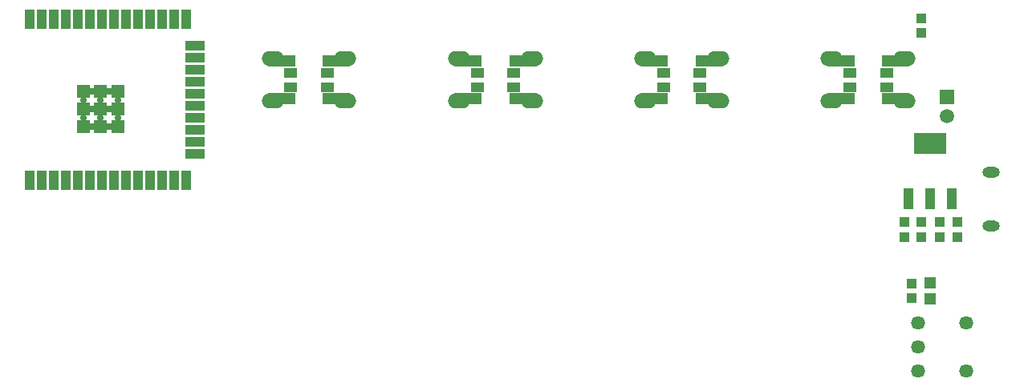
<source format=gts>
G04*
G04 #@! TF.GenerationSoftware,Altium Limited,Altium Designer,21.9.2 (33)*
G04*
G04 Layer_Color=8388736*
%FSLAX25Y25*%
%MOIN*%
G70*
G04*
G04 #@! TF.SameCoordinates,7D1BAC6E-B471-4F52-9471-A17197207182*
G04*
G04*
G04 #@! TF.FilePolarity,Negative*
G04*
G01*
G75*
%ADD25R,0.04528X0.04921*%
%ADD26R,0.04331X0.04134*%
%ADD27R,0.04331X0.09055*%
%ADD28R,0.13386X0.09055*%
%ADD29R,0.11614X0.04528*%
%ADD30R,0.05512X0.04134*%
%ADD31R,0.04134X0.08465*%
%ADD32R,0.08465X0.04134*%
%ADD33R,0.05827X0.05827*%
%ADD34C,0.05976*%
%ADD35R,0.05976X0.05976*%
%ADD36C,0.05740*%
%ADD37O,0.09252X0.06102*%
%ADD38C,0.00591*%
%ADD39O,0.07284X0.04528*%
%ADD40C,0.02953*%
D25*
X444850Y86290D02*
D03*
Y79597D02*
D03*
D26*
X441339Y190256D02*
D03*
Y196358D02*
D03*
X434366Y105362D02*
D03*
Y111465D02*
D03*
X441366Y105362D02*
D03*
Y111465D02*
D03*
X448866Y105362D02*
D03*
Y111465D02*
D03*
X456366Y105362D02*
D03*
Y111465D02*
D03*
X437205Y79823D02*
D03*
Y85925D02*
D03*
D27*
X436024Y121260D02*
D03*
X445079D02*
D03*
X454134D02*
D03*
D28*
X445079Y144095D02*
D03*
D29*
X353249Y162765D02*
D03*
X330415D02*
D03*
X353249Y178513D02*
D03*
X330415D02*
D03*
X198394Y162765D02*
D03*
X175559D02*
D03*
X198394Y178513D02*
D03*
X175559D02*
D03*
X275821Y162765D02*
D03*
X252987D02*
D03*
X275821Y178513D02*
D03*
X252987D02*
D03*
X430677Y162765D02*
D03*
X407842D02*
D03*
X430677Y178513D02*
D03*
X407842D02*
D03*
D30*
X334253Y167686D02*
D03*
X349411D02*
D03*
X334253Y173592D02*
D03*
X349411D02*
D03*
X179398Y167686D02*
D03*
X194555D02*
D03*
X179398Y173592D02*
D03*
X194555D02*
D03*
X256825Y167686D02*
D03*
X271983D02*
D03*
X256825Y173592D02*
D03*
X271983D02*
D03*
X411681Y167686D02*
D03*
X426839D02*
D03*
X411681Y173592D02*
D03*
X426839D02*
D03*
D31*
X70850Y129035D02*
D03*
X75850D02*
D03*
X80850D02*
D03*
X85850D02*
D03*
X90850D02*
D03*
X95850D02*
D03*
X100850D02*
D03*
X105850D02*
D03*
X110850D02*
D03*
X115850D02*
D03*
X120850D02*
D03*
X125850D02*
D03*
X130850D02*
D03*
X135850D02*
D03*
Y195965D02*
D03*
X130850D02*
D03*
X125850D02*
D03*
X120850D02*
D03*
X115850D02*
D03*
X110850D02*
D03*
X105850D02*
D03*
X100850D02*
D03*
X95850D02*
D03*
X90850D02*
D03*
X85850D02*
D03*
X80850D02*
D03*
X75850D02*
D03*
X70850D02*
D03*
D32*
X139787Y140000D02*
D03*
Y145000D02*
D03*
Y150000D02*
D03*
Y155000D02*
D03*
Y160000D02*
D03*
Y165000D02*
D03*
Y170000D02*
D03*
Y175000D02*
D03*
Y180000D02*
D03*
Y185000D02*
D03*
D33*
X93154Y151339D02*
D03*
Y158563D02*
D03*
Y165787D02*
D03*
X100378Y151339D02*
D03*
Y158563D02*
D03*
Y165787D02*
D03*
X107602Y151339D02*
D03*
Y158563D02*
D03*
Y165787D02*
D03*
D34*
X451968Y155512D02*
D03*
D35*
Y163386D02*
D03*
D36*
X459987Y49595D02*
D03*
Y69595D02*
D03*
X439987Y49595D02*
D03*
Y59595D02*
D03*
Y69595D02*
D03*
D37*
X326675Y161781D02*
D03*
X356990D02*
D03*
Y179498D02*
D03*
X326675D02*
D03*
X171819Y161781D02*
D03*
X202134D02*
D03*
Y179498D02*
D03*
X171819D02*
D03*
X249247Y161781D02*
D03*
X279562D02*
D03*
Y179498D02*
D03*
X249247D02*
D03*
X404102Y161781D02*
D03*
X434417D02*
D03*
Y179498D02*
D03*
X404102D02*
D03*
D38*
X461839Y113157D02*
D03*
Y128905D02*
D03*
D39*
X470382Y132153D02*
D03*
Y109909D02*
D03*
D40*
X93154Y154951D02*
D03*
Y162175D02*
D03*
X96766Y151339D02*
D03*
Y158563D02*
D03*
Y165787D02*
D03*
X100378Y154951D02*
D03*
Y162175D02*
D03*
X103990Y151339D02*
D03*
Y158563D02*
D03*
Y165787D02*
D03*
X107602Y154951D02*
D03*
Y162175D02*
D03*
M02*

</source>
